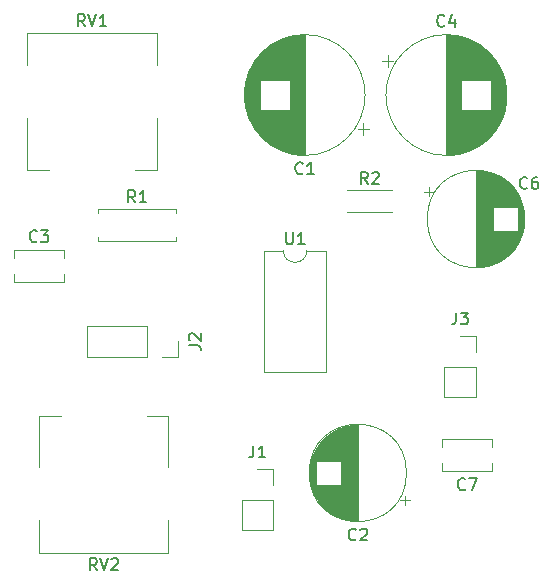
<source format=gto>
%TF.GenerationSoftware,KiCad,Pcbnew,8.0.1*%
%TF.CreationDate,2024-10-27T16:15:39-04:00*%
%TF.ProjectId,audio amplifier,61756469-6f20-4616-9d70-6c6966696572,rev?*%
%TF.SameCoordinates,Original*%
%TF.FileFunction,Legend,Top*%
%TF.FilePolarity,Positive*%
%FSLAX46Y46*%
G04 Gerber Fmt 4.6, Leading zero omitted, Abs format (unit mm)*
G04 Created by KiCad (PCBNEW 8.0.1) date 2024-10-27 16:15:39*
%MOMM*%
%LPD*%
G01*
G04 APERTURE LIST*
%ADD10C,0.150000*%
%ADD11C,0.120000*%
%ADD12R,1.600000X1.600000*%
%ADD13C,1.600000*%
%ADD14O,1.600000X1.600000*%
%ADD15R,1.700000X1.700000*%
%ADD16O,1.700000X1.700000*%
%ADD17O,4.000000X4.000000*%
%ADD18R,1.800000X1.800000*%
%ADD19C,1.800000*%
%ADD20C,1.400000*%
%ADD21O,1.400000X1.400000*%
%ADD22R,2.000000X2.000000*%
%ADD23C,2.000000*%
G04 APERTURE END LIST*
D10*
X138333333Y-75859580D02*
X138285714Y-75907200D01*
X138285714Y-75907200D02*
X138142857Y-75954819D01*
X138142857Y-75954819D02*
X138047619Y-75954819D01*
X138047619Y-75954819D02*
X137904762Y-75907200D01*
X137904762Y-75907200D02*
X137809524Y-75811961D01*
X137809524Y-75811961D02*
X137761905Y-75716723D01*
X137761905Y-75716723D02*
X137714286Y-75526247D01*
X137714286Y-75526247D02*
X137714286Y-75383390D01*
X137714286Y-75383390D02*
X137761905Y-75192914D01*
X137761905Y-75192914D02*
X137809524Y-75097676D01*
X137809524Y-75097676D02*
X137904762Y-75002438D01*
X137904762Y-75002438D02*
X138047619Y-74954819D01*
X138047619Y-74954819D02*
X138142857Y-74954819D01*
X138142857Y-74954819D02*
X138285714Y-75002438D01*
X138285714Y-75002438D02*
X138333333Y-75050057D01*
X139190476Y-74954819D02*
X139000000Y-74954819D01*
X139000000Y-74954819D02*
X138904762Y-75002438D01*
X138904762Y-75002438D02*
X138857143Y-75050057D01*
X138857143Y-75050057D02*
X138761905Y-75192914D01*
X138761905Y-75192914D02*
X138714286Y-75383390D01*
X138714286Y-75383390D02*
X138714286Y-75764342D01*
X138714286Y-75764342D02*
X138761905Y-75859580D01*
X138761905Y-75859580D02*
X138809524Y-75907200D01*
X138809524Y-75907200D02*
X138904762Y-75954819D01*
X138904762Y-75954819D02*
X139095238Y-75954819D01*
X139095238Y-75954819D02*
X139190476Y-75907200D01*
X139190476Y-75907200D02*
X139238095Y-75859580D01*
X139238095Y-75859580D02*
X139285714Y-75764342D01*
X139285714Y-75764342D02*
X139285714Y-75526247D01*
X139285714Y-75526247D02*
X139238095Y-75431009D01*
X139238095Y-75431009D02*
X139190476Y-75383390D01*
X139190476Y-75383390D02*
X139095238Y-75335771D01*
X139095238Y-75335771D02*
X138904762Y-75335771D01*
X138904762Y-75335771D02*
X138809524Y-75383390D01*
X138809524Y-75383390D02*
X138761905Y-75431009D01*
X138761905Y-75431009D02*
X138714286Y-75526247D01*
X117928095Y-79624819D02*
X117928095Y-80434342D01*
X117928095Y-80434342D02*
X117975714Y-80529580D01*
X117975714Y-80529580D02*
X118023333Y-80577200D01*
X118023333Y-80577200D02*
X118118571Y-80624819D01*
X118118571Y-80624819D02*
X118309047Y-80624819D01*
X118309047Y-80624819D02*
X118404285Y-80577200D01*
X118404285Y-80577200D02*
X118451904Y-80529580D01*
X118451904Y-80529580D02*
X118499523Y-80434342D01*
X118499523Y-80434342D02*
X118499523Y-79624819D01*
X119499523Y-80624819D02*
X118928095Y-80624819D01*
X119213809Y-80624819D02*
X119213809Y-79624819D01*
X119213809Y-79624819D02*
X119118571Y-79767676D01*
X119118571Y-79767676D02*
X119023333Y-79862914D01*
X119023333Y-79862914D02*
X118928095Y-79910533D01*
X105143333Y-77084819D02*
X104810000Y-76608628D01*
X104571905Y-77084819D02*
X104571905Y-76084819D01*
X104571905Y-76084819D02*
X104952857Y-76084819D01*
X104952857Y-76084819D02*
X105048095Y-76132438D01*
X105048095Y-76132438D02*
X105095714Y-76180057D01*
X105095714Y-76180057D02*
X105143333Y-76275295D01*
X105143333Y-76275295D02*
X105143333Y-76418152D01*
X105143333Y-76418152D02*
X105095714Y-76513390D01*
X105095714Y-76513390D02*
X105048095Y-76561009D01*
X105048095Y-76561009D02*
X104952857Y-76608628D01*
X104952857Y-76608628D02*
X104571905Y-76608628D01*
X106095714Y-77084819D02*
X105524286Y-77084819D01*
X105810000Y-77084819D02*
X105810000Y-76084819D01*
X105810000Y-76084819D02*
X105714762Y-76227676D01*
X105714762Y-76227676D02*
X105619524Y-76322914D01*
X105619524Y-76322914D02*
X105524286Y-76370533D01*
X132316666Y-86414819D02*
X132316666Y-87129104D01*
X132316666Y-87129104D02*
X132269047Y-87271961D01*
X132269047Y-87271961D02*
X132173809Y-87367200D01*
X132173809Y-87367200D02*
X132030952Y-87414819D01*
X132030952Y-87414819D02*
X131935714Y-87414819D01*
X132697619Y-86414819D02*
X133316666Y-86414819D01*
X133316666Y-86414819D02*
X132983333Y-86795771D01*
X132983333Y-86795771D02*
X133126190Y-86795771D01*
X133126190Y-86795771D02*
X133221428Y-86843390D01*
X133221428Y-86843390D02*
X133269047Y-86891009D01*
X133269047Y-86891009D02*
X133316666Y-86986247D01*
X133316666Y-86986247D02*
X133316666Y-87224342D01*
X133316666Y-87224342D02*
X133269047Y-87319580D01*
X133269047Y-87319580D02*
X133221428Y-87367200D01*
X133221428Y-87367200D02*
X133126190Y-87414819D01*
X133126190Y-87414819D02*
X132840476Y-87414819D01*
X132840476Y-87414819D02*
X132745238Y-87367200D01*
X132745238Y-87367200D02*
X132697619Y-87319580D01*
X96833333Y-80359580D02*
X96785714Y-80407200D01*
X96785714Y-80407200D02*
X96642857Y-80454819D01*
X96642857Y-80454819D02*
X96547619Y-80454819D01*
X96547619Y-80454819D02*
X96404762Y-80407200D01*
X96404762Y-80407200D02*
X96309524Y-80311961D01*
X96309524Y-80311961D02*
X96261905Y-80216723D01*
X96261905Y-80216723D02*
X96214286Y-80026247D01*
X96214286Y-80026247D02*
X96214286Y-79883390D01*
X96214286Y-79883390D02*
X96261905Y-79692914D01*
X96261905Y-79692914D02*
X96309524Y-79597676D01*
X96309524Y-79597676D02*
X96404762Y-79502438D01*
X96404762Y-79502438D02*
X96547619Y-79454819D01*
X96547619Y-79454819D02*
X96642857Y-79454819D01*
X96642857Y-79454819D02*
X96785714Y-79502438D01*
X96785714Y-79502438D02*
X96833333Y-79550057D01*
X97166667Y-79454819D02*
X97785714Y-79454819D01*
X97785714Y-79454819D02*
X97452381Y-79835771D01*
X97452381Y-79835771D02*
X97595238Y-79835771D01*
X97595238Y-79835771D02*
X97690476Y-79883390D01*
X97690476Y-79883390D02*
X97738095Y-79931009D01*
X97738095Y-79931009D02*
X97785714Y-80026247D01*
X97785714Y-80026247D02*
X97785714Y-80264342D01*
X97785714Y-80264342D02*
X97738095Y-80359580D01*
X97738095Y-80359580D02*
X97690476Y-80407200D01*
X97690476Y-80407200D02*
X97595238Y-80454819D01*
X97595238Y-80454819D02*
X97309524Y-80454819D01*
X97309524Y-80454819D02*
X97214286Y-80407200D01*
X97214286Y-80407200D02*
X97166667Y-80359580D01*
X100904761Y-62179819D02*
X100571428Y-61703628D01*
X100333333Y-62179819D02*
X100333333Y-61179819D01*
X100333333Y-61179819D02*
X100714285Y-61179819D01*
X100714285Y-61179819D02*
X100809523Y-61227438D01*
X100809523Y-61227438D02*
X100857142Y-61275057D01*
X100857142Y-61275057D02*
X100904761Y-61370295D01*
X100904761Y-61370295D02*
X100904761Y-61513152D01*
X100904761Y-61513152D02*
X100857142Y-61608390D01*
X100857142Y-61608390D02*
X100809523Y-61656009D01*
X100809523Y-61656009D02*
X100714285Y-61703628D01*
X100714285Y-61703628D02*
X100333333Y-61703628D01*
X101190476Y-61179819D02*
X101523809Y-62179819D01*
X101523809Y-62179819D02*
X101857142Y-61179819D01*
X102714285Y-62179819D02*
X102142857Y-62179819D01*
X102428571Y-62179819D02*
X102428571Y-61179819D01*
X102428571Y-61179819D02*
X102333333Y-61322676D01*
X102333333Y-61322676D02*
X102238095Y-61417914D01*
X102238095Y-61417914D02*
X102142857Y-61465533D01*
X124833333Y-75534819D02*
X124500000Y-75058628D01*
X124261905Y-75534819D02*
X124261905Y-74534819D01*
X124261905Y-74534819D02*
X124642857Y-74534819D01*
X124642857Y-74534819D02*
X124738095Y-74582438D01*
X124738095Y-74582438D02*
X124785714Y-74630057D01*
X124785714Y-74630057D02*
X124833333Y-74725295D01*
X124833333Y-74725295D02*
X124833333Y-74868152D01*
X124833333Y-74868152D02*
X124785714Y-74963390D01*
X124785714Y-74963390D02*
X124738095Y-75011009D01*
X124738095Y-75011009D02*
X124642857Y-75058628D01*
X124642857Y-75058628D02*
X124261905Y-75058628D01*
X125214286Y-74630057D02*
X125261905Y-74582438D01*
X125261905Y-74582438D02*
X125357143Y-74534819D01*
X125357143Y-74534819D02*
X125595238Y-74534819D01*
X125595238Y-74534819D02*
X125690476Y-74582438D01*
X125690476Y-74582438D02*
X125738095Y-74630057D01*
X125738095Y-74630057D02*
X125785714Y-74725295D01*
X125785714Y-74725295D02*
X125785714Y-74820533D01*
X125785714Y-74820533D02*
X125738095Y-74963390D01*
X125738095Y-74963390D02*
X125166667Y-75534819D01*
X125166667Y-75534819D02*
X125785714Y-75534819D01*
X131333333Y-62109580D02*
X131285714Y-62157200D01*
X131285714Y-62157200D02*
X131142857Y-62204819D01*
X131142857Y-62204819D02*
X131047619Y-62204819D01*
X131047619Y-62204819D02*
X130904762Y-62157200D01*
X130904762Y-62157200D02*
X130809524Y-62061961D01*
X130809524Y-62061961D02*
X130761905Y-61966723D01*
X130761905Y-61966723D02*
X130714286Y-61776247D01*
X130714286Y-61776247D02*
X130714286Y-61633390D01*
X130714286Y-61633390D02*
X130761905Y-61442914D01*
X130761905Y-61442914D02*
X130809524Y-61347676D01*
X130809524Y-61347676D02*
X130904762Y-61252438D01*
X130904762Y-61252438D02*
X131047619Y-61204819D01*
X131047619Y-61204819D02*
X131142857Y-61204819D01*
X131142857Y-61204819D02*
X131285714Y-61252438D01*
X131285714Y-61252438D02*
X131333333Y-61300057D01*
X132190476Y-61538152D02*
X132190476Y-62204819D01*
X131952381Y-61157200D02*
X131714286Y-61871485D01*
X131714286Y-61871485D02*
X132333333Y-61871485D01*
X123833333Y-105609580D02*
X123785714Y-105657200D01*
X123785714Y-105657200D02*
X123642857Y-105704819D01*
X123642857Y-105704819D02*
X123547619Y-105704819D01*
X123547619Y-105704819D02*
X123404762Y-105657200D01*
X123404762Y-105657200D02*
X123309524Y-105561961D01*
X123309524Y-105561961D02*
X123261905Y-105466723D01*
X123261905Y-105466723D02*
X123214286Y-105276247D01*
X123214286Y-105276247D02*
X123214286Y-105133390D01*
X123214286Y-105133390D02*
X123261905Y-104942914D01*
X123261905Y-104942914D02*
X123309524Y-104847676D01*
X123309524Y-104847676D02*
X123404762Y-104752438D01*
X123404762Y-104752438D02*
X123547619Y-104704819D01*
X123547619Y-104704819D02*
X123642857Y-104704819D01*
X123642857Y-104704819D02*
X123785714Y-104752438D01*
X123785714Y-104752438D02*
X123833333Y-104800057D01*
X124214286Y-104800057D02*
X124261905Y-104752438D01*
X124261905Y-104752438D02*
X124357143Y-104704819D01*
X124357143Y-104704819D02*
X124595238Y-104704819D01*
X124595238Y-104704819D02*
X124690476Y-104752438D01*
X124690476Y-104752438D02*
X124738095Y-104800057D01*
X124738095Y-104800057D02*
X124785714Y-104895295D01*
X124785714Y-104895295D02*
X124785714Y-104990533D01*
X124785714Y-104990533D02*
X124738095Y-105133390D01*
X124738095Y-105133390D02*
X124166667Y-105704819D01*
X124166667Y-105704819D02*
X124785714Y-105704819D01*
X133083333Y-101359580D02*
X133035714Y-101407200D01*
X133035714Y-101407200D02*
X132892857Y-101454819D01*
X132892857Y-101454819D02*
X132797619Y-101454819D01*
X132797619Y-101454819D02*
X132654762Y-101407200D01*
X132654762Y-101407200D02*
X132559524Y-101311961D01*
X132559524Y-101311961D02*
X132511905Y-101216723D01*
X132511905Y-101216723D02*
X132464286Y-101026247D01*
X132464286Y-101026247D02*
X132464286Y-100883390D01*
X132464286Y-100883390D02*
X132511905Y-100692914D01*
X132511905Y-100692914D02*
X132559524Y-100597676D01*
X132559524Y-100597676D02*
X132654762Y-100502438D01*
X132654762Y-100502438D02*
X132797619Y-100454819D01*
X132797619Y-100454819D02*
X132892857Y-100454819D01*
X132892857Y-100454819D02*
X133035714Y-100502438D01*
X133035714Y-100502438D02*
X133083333Y-100550057D01*
X133416667Y-100454819D02*
X134083333Y-100454819D01*
X134083333Y-100454819D02*
X133654762Y-101454819D01*
X119333333Y-74609580D02*
X119285714Y-74657200D01*
X119285714Y-74657200D02*
X119142857Y-74704819D01*
X119142857Y-74704819D02*
X119047619Y-74704819D01*
X119047619Y-74704819D02*
X118904762Y-74657200D01*
X118904762Y-74657200D02*
X118809524Y-74561961D01*
X118809524Y-74561961D02*
X118761905Y-74466723D01*
X118761905Y-74466723D02*
X118714286Y-74276247D01*
X118714286Y-74276247D02*
X118714286Y-74133390D01*
X118714286Y-74133390D02*
X118761905Y-73942914D01*
X118761905Y-73942914D02*
X118809524Y-73847676D01*
X118809524Y-73847676D02*
X118904762Y-73752438D01*
X118904762Y-73752438D02*
X119047619Y-73704819D01*
X119047619Y-73704819D02*
X119142857Y-73704819D01*
X119142857Y-73704819D02*
X119285714Y-73752438D01*
X119285714Y-73752438D02*
X119333333Y-73800057D01*
X120285714Y-74704819D02*
X119714286Y-74704819D01*
X120000000Y-74704819D02*
X120000000Y-73704819D01*
X120000000Y-73704819D02*
X119904762Y-73847676D01*
X119904762Y-73847676D02*
X119809524Y-73942914D01*
X119809524Y-73942914D02*
X119714286Y-73990533D01*
X109684819Y-89183333D02*
X110399104Y-89183333D01*
X110399104Y-89183333D02*
X110541961Y-89230952D01*
X110541961Y-89230952D02*
X110637200Y-89326190D01*
X110637200Y-89326190D02*
X110684819Y-89469047D01*
X110684819Y-89469047D02*
X110684819Y-89564285D01*
X109780057Y-88754761D02*
X109732438Y-88707142D01*
X109732438Y-88707142D02*
X109684819Y-88611904D01*
X109684819Y-88611904D02*
X109684819Y-88373809D01*
X109684819Y-88373809D02*
X109732438Y-88278571D01*
X109732438Y-88278571D02*
X109780057Y-88230952D01*
X109780057Y-88230952D02*
X109875295Y-88183333D01*
X109875295Y-88183333D02*
X109970533Y-88183333D01*
X109970533Y-88183333D02*
X110113390Y-88230952D01*
X110113390Y-88230952D02*
X110684819Y-88802380D01*
X110684819Y-88802380D02*
X110684819Y-88183333D01*
X101904761Y-108229819D02*
X101571428Y-107753628D01*
X101333333Y-108229819D02*
X101333333Y-107229819D01*
X101333333Y-107229819D02*
X101714285Y-107229819D01*
X101714285Y-107229819D02*
X101809523Y-107277438D01*
X101809523Y-107277438D02*
X101857142Y-107325057D01*
X101857142Y-107325057D02*
X101904761Y-107420295D01*
X101904761Y-107420295D02*
X101904761Y-107563152D01*
X101904761Y-107563152D02*
X101857142Y-107658390D01*
X101857142Y-107658390D02*
X101809523Y-107706009D01*
X101809523Y-107706009D02*
X101714285Y-107753628D01*
X101714285Y-107753628D02*
X101333333Y-107753628D01*
X102190476Y-107229819D02*
X102523809Y-108229819D01*
X102523809Y-108229819D02*
X102857142Y-107229819D01*
X103142857Y-107325057D02*
X103190476Y-107277438D01*
X103190476Y-107277438D02*
X103285714Y-107229819D01*
X103285714Y-107229819D02*
X103523809Y-107229819D01*
X103523809Y-107229819D02*
X103619047Y-107277438D01*
X103619047Y-107277438D02*
X103666666Y-107325057D01*
X103666666Y-107325057D02*
X103714285Y-107420295D01*
X103714285Y-107420295D02*
X103714285Y-107515533D01*
X103714285Y-107515533D02*
X103666666Y-107658390D01*
X103666666Y-107658390D02*
X103095238Y-108229819D01*
X103095238Y-108229819D02*
X103714285Y-108229819D01*
X115166666Y-97684819D02*
X115166666Y-98399104D01*
X115166666Y-98399104D02*
X115119047Y-98541961D01*
X115119047Y-98541961D02*
X115023809Y-98637200D01*
X115023809Y-98637200D02*
X114880952Y-98684819D01*
X114880952Y-98684819D02*
X114785714Y-98684819D01*
X116166666Y-98684819D02*
X115595238Y-98684819D01*
X115880952Y-98684819D02*
X115880952Y-97684819D01*
X115880952Y-97684819D02*
X115785714Y-97827676D01*
X115785714Y-97827676D02*
X115690476Y-97922914D01*
X115690476Y-97922914D02*
X115595238Y-97970533D01*
D11*
%TO.C,C6*%
X129590302Y-76185000D02*
X130390302Y-76185000D01*
X129990302Y-75785000D02*
X129990302Y-76585000D01*
X134000000Y-74420000D02*
X134000000Y-82580000D01*
X134040000Y-74420000D02*
X134040000Y-82580000D01*
X134080000Y-74420000D02*
X134080000Y-82580000D01*
X134120000Y-74421000D02*
X134120000Y-82579000D01*
X134160000Y-74423000D02*
X134160000Y-82577000D01*
X134200000Y-74424000D02*
X134200000Y-82576000D01*
X134240000Y-74426000D02*
X134240000Y-82574000D01*
X134280000Y-74429000D02*
X134280000Y-82571000D01*
X134320000Y-74432000D02*
X134320000Y-82568000D01*
X134360000Y-74435000D02*
X134360000Y-82565000D01*
X134400000Y-74439000D02*
X134400000Y-82561000D01*
X134440000Y-74443000D02*
X134440000Y-82557000D01*
X134480000Y-74448000D02*
X134480000Y-82552000D01*
X134520000Y-74452000D02*
X134520000Y-82548000D01*
X134560000Y-74458000D02*
X134560000Y-82542000D01*
X134600000Y-74463000D02*
X134600000Y-82537000D01*
X134640000Y-74470000D02*
X134640000Y-82530000D01*
X134680000Y-74476000D02*
X134680000Y-82524000D01*
X134721000Y-74483000D02*
X134721000Y-82517000D01*
X134761000Y-74490000D02*
X134761000Y-82510000D01*
X134801000Y-74498000D02*
X134801000Y-82502000D01*
X134841000Y-74506000D02*
X134841000Y-82494000D01*
X134881000Y-74515000D02*
X134881000Y-82485000D01*
X134921000Y-74524000D02*
X134921000Y-82476000D01*
X134961000Y-74533000D02*
X134961000Y-82467000D01*
X135001000Y-74543000D02*
X135001000Y-82457000D01*
X135041000Y-74553000D02*
X135041000Y-82447000D01*
X135081000Y-74564000D02*
X135081000Y-82436000D01*
X135121000Y-74575000D02*
X135121000Y-82425000D01*
X135161000Y-74586000D02*
X135161000Y-82414000D01*
X135201000Y-74598000D02*
X135201000Y-82402000D01*
X135241000Y-74611000D02*
X135241000Y-82389000D01*
X135281000Y-74623000D02*
X135281000Y-82377000D01*
X135321000Y-74637000D02*
X135321000Y-82363000D01*
X135361000Y-74650000D02*
X135361000Y-82350000D01*
X135401000Y-74665000D02*
X135401000Y-82335000D01*
X135441000Y-74679000D02*
X135441000Y-82321000D01*
X135481000Y-74695000D02*
X135481000Y-77460000D01*
X135481000Y-79540000D02*
X135481000Y-82305000D01*
X135521000Y-74710000D02*
X135521000Y-77460000D01*
X135521000Y-79540000D02*
X135521000Y-82290000D01*
X135561000Y-74726000D02*
X135561000Y-77460000D01*
X135561000Y-79540000D02*
X135561000Y-82274000D01*
X135601000Y-74743000D02*
X135601000Y-77460000D01*
X135601000Y-79540000D02*
X135601000Y-82257000D01*
X135641000Y-74760000D02*
X135641000Y-77460000D01*
X135641000Y-79540000D02*
X135641000Y-82240000D01*
X135681000Y-74778000D02*
X135681000Y-77460000D01*
X135681000Y-79540000D02*
X135681000Y-82222000D01*
X135721000Y-74796000D02*
X135721000Y-77460000D01*
X135721000Y-79540000D02*
X135721000Y-82204000D01*
X135761000Y-74814000D02*
X135761000Y-77460000D01*
X135761000Y-79540000D02*
X135761000Y-82186000D01*
X135801000Y-74834000D02*
X135801000Y-77460000D01*
X135801000Y-79540000D02*
X135801000Y-82166000D01*
X135841000Y-74853000D02*
X135841000Y-77460000D01*
X135841000Y-79540000D02*
X135841000Y-82147000D01*
X135881000Y-74873000D02*
X135881000Y-77460000D01*
X135881000Y-79540000D02*
X135881000Y-82127000D01*
X135921000Y-74894000D02*
X135921000Y-77460000D01*
X135921000Y-79540000D02*
X135921000Y-82106000D01*
X135961000Y-74916000D02*
X135961000Y-77460000D01*
X135961000Y-79540000D02*
X135961000Y-82084000D01*
X136001000Y-74938000D02*
X136001000Y-77460000D01*
X136001000Y-79540000D02*
X136001000Y-82062000D01*
X136041000Y-74960000D02*
X136041000Y-77460000D01*
X136041000Y-79540000D02*
X136041000Y-82040000D01*
X136081000Y-74983000D02*
X136081000Y-77460000D01*
X136081000Y-79540000D02*
X136081000Y-82017000D01*
X136121000Y-75007000D02*
X136121000Y-77460000D01*
X136121000Y-79540000D02*
X136121000Y-81993000D01*
X136161000Y-75031000D02*
X136161000Y-77460000D01*
X136161000Y-79540000D02*
X136161000Y-81969000D01*
X136201000Y-75056000D02*
X136201000Y-77460000D01*
X136201000Y-79540000D02*
X136201000Y-81944000D01*
X136241000Y-75082000D02*
X136241000Y-77460000D01*
X136241000Y-79540000D02*
X136241000Y-81918000D01*
X136281000Y-75108000D02*
X136281000Y-77460000D01*
X136281000Y-79540000D02*
X136281000Y-81892000D01*
X136321000Y-75135000D02*
X136321000Y-77460000D01*
X136321000Y-79540000D02*
X136321000Y-81865000D01*
X136361000Y-75162000D02*
X136361000Y-77460000D01*
X136361000Y-79540000D02*
X136361000Y-81838000D01*
X136401000Y-75191000D02*
X136401000Y-77460000D01*
X136401000Y-79540000D02*
X136401000Y-81809000D01*
X136441000Y-75220000D02*
X136441000Y-77460000D01*
X136441000Y-79540000D02*
X136441000Y-81780000D01*
X136481000Y-75250000D02*
X136481000Y-77460000D01*
X136481000Y-79540000D02*
X136481000Y-81750000D01*
X136521000Y-75280000D02*
X136521000Y-77460000D01*
X136521000Y-79540000D02*
X136521000Y-81720000D01*
X136561000Y-75311000D02*
X136561000Y-77460000D01*
X136561000Y-79540000D02*
X136561000Y-81689000D01*
X136601000Y-75344000D02*
X136601000Y-77460000D01*
X136601000Y-79540000D02*
X136601000Y-81656000D01*
X136641000Y-75376000D02*
X136641000Y-77460000D01*
X136641000Y-79540000D02*
X136641000Y-81624000D01*
X136681000Y-75410000D02*
X136681000Y-77460000D01*
X136681000Y-79540000D02*
X136681000Y-81590000D01*
X136721000Y-75445000D02*
X136721000Y-77460000D01*
X136721000Y-79540000D02*
X136721000Y-81555000D01*
X136761000Y-75481000D02*
X136761000Y-77460000D01*
X136761000Y-79540000D02*
X136761000Y-81519000D01*
X136801000Y-75517000D02*
X136801000Y-77460000D01*
X136801000Y-79540000D02*
X136801000Y-81483000D01*
X136841000Y-75555000D02*
X136841000Y-77460000D01*
X136841000Y-79540000D02*
X136841000Y-81445000D01*
X136881000Y-75593000D02*
X136881000Y-77460000D01*
X136881000Y-79540000D02*
X136881000Y-81407000D01*
X136921000Y-75633000D02*
X136921000Y-77460000D01*
X136921000Y-79540000D02*
X136921000Y-81367000D01*
X136961000Y-75674000D02*
X136961000Y-77460000D01*
X136961000Y-79540000D02*
X136961000Y-81326000D01*
X137001000Y-75716000D02*
X137001000Y-77460000D01*
X137001000Y-79540000D02*
X137001000Y-81284000D01*
X137041000Y-75759000D02*
X137041000Y-77460000D01*
X137041000Y-79540000D02*
X137041000Y-81241000D01*
X137081000Y-75803000D02*
X137081000Y-77460000D01*
X137081000Y-79540000D02*
X137081000Y-81197000D01*
X137121000Y-75849000D02*
X137121000Y-77460000D01*
X137121000Y-79540000D02*
X137121000Y-81151000D01*
X137161000Y-75896000D02*
X137161000Y-77460000D01*
X137161000Y-79540000D02*
X137161000Y-81104000D01*
X137201000Y-75944000D02*
X137201000Y-77460000D01*
X137201000Y-79540000D02*
X137201000Y-81056000D01*
X137241000Y-75995000D02*
X137241000Y-77460000D01*
X137241000Y-79540000D02*
X137241000Y-81005000D01*
X137281000Y-76046000D02*
X137281000Y-77460000D01*
X137281000Y-79540000D02*
X137281000Y-80954000D01*
X137321000Y-76100000D02*
X137321000Y-77460000D01*
X137321000Y-79540000D02*
X137321000Y-80900000D01*
X137361000Y-76155000D02*
X137361000Y-77460000D01*
X137361000Y-79540000D02*
X137361000Y-80845000D01*
X137401000Y-76213000D02*
X137401000Y-77460000D01*
X137401000Y-79540000D02*
X137401000Y-80787000D01*
X137441000Y-76272000D02*
X137441000Y-77460000D01*
X137441000Y-79540000D02*
X137441000Y-80728000D01*
X137481000Y-76334000D02*
X137481000Y-77460000D01*
X137481000Y-79540000D02*
X137481000Y-80666000D01*
X137521000Y-76398000D02*
X137521000Y-77460000D01*
X137521000Y-79540000D02*
X137521000Y-80602000D01*
X137561000Y-76466000D02*
X137561000Y-80534000D01*
X137601000Y-76536000D02*
X137601000Y-80464000D01*
X137641000Y-76610000D02*
X137641000Y-80390000D01*
X137681000Y-76687000D02*
X137681000Y-80313000D01*
X137721000Y-76769000D02*
X137721000Y-80231000D01*
X137761000Y-76855000D02*
X137761000Y-80145000D01*
X137801000Y-76948000D02*
X137801000Y-80052000D01*
X137841000Y-77047000D02*
X137841000Y-79953000D01*
X137881000Y-77154000D02*
X137881000Y-79846000D01*
X137921000Y-77271000D02*
X137921000Y-79729000D01*
X137961000Y-77402000D02*
X137961000Y-79598000D01*
X138001000Y-77552000D02*
X138001000Y-79448000D01*
X138041000Y-77732000D02*
X138041000Y-79268000D01*
X138081000Y-77967000D02*
X138081000Y-79033000D01*
X138120000Y-78500000D02*
G75*
G02*
X129880000Y-78500000I-4120000J0D01*
G01*
X129880000Y-78500000D02*
G75*
G02*
X138120000Y-78500000I4120000J0D01*
G01*
%TO.C,U1*%
X116040000Y-81170000D02*
X116040000Y-91450000D01*
X116040000Y-91450000D02*
X121340000Y-91450000D01*
X117690000Y-81170000D02*
X116040000Y-81170000D01*
X121340000Y-81170000D02*
X119690000Y-81170000D01*
X121340000Y-91450000D02*
X121340000Y-81170000D01*
X119690000Y-81170000D02*
G75*
G02*
X117690000Y-81170000I-1000000J0D01*
G01*
%TO.C,R1*%
X102040000Y-77630000D02*
X108580000Y-77630000D01*
X102040000Y-77960000D02*
X102040000Y-77630000D01*
X102040000Y-80040000D02*
X102040000Y-80370000D01*
X102040000Y-80370000D02*
X108580000Y-80370000D01*
X108580000Y-77630000D02*
X108580000Y-77960000D01*
X108580000Y-80370000D02*
X108580000Y-80040000D01*
%TO.C,J3*%
X131320000Y-91000000D02*
X131320000Y-93600000D01*
X131320000Y-91000000D02*
X133980000Y-91000000D01*
X131320000Y-93600000D02*
X133980000Y-93600000D01*
X132650000Y-88400000D02*
X133980000Y-88400000D01*
X133980000Y-88400000D02*
X133980000Y-89730000D01*
X133980000Y-91000000D02*
X133980000Y-93600000D01*
%TO.C,C3*%
X94880000Y-81130000D02*
X94880000Y-81835000D01*
X94880000Y-81130000D02*
X99120000Y-81130000D01*
X94880000Y-83165000D02*
X94880000Y-83870000D01*
X94880000Y-83870000D02*
X99120000Y-83870000D01*
X99120000Y-81130000D02*
X99120000Y-81835000D01*
X99120000Y-83165000D02*
X99120000Y-83870000D01*
%TO.C,RV1*%
X96030000Y-62755000D02*
X96030000Y-65475000D01*
X96030000Y-69975000D02*
X96030000Y-74345000D01*
X97850000Y-74345000D02*
X96030000Y-74345000D01*
X106970000Y-62755000D02*
X96030000Y-62755000D01*
X106970000Y-62755000D02*
X106970000Y-65475000D01*
X106970000Y-69975000D02*
X106970000Y-74345000D01*
X106970000Y-74345000D02*
X105150000Y-74345000D01*
%TO.C,R2*%
X123080000Y-76080000D02*
X126920000Y-76080000D01*
X123080000Y-77920000D02*
X126920000Y-77920000D01*
%TO.C,C4*%
X126020354Y-65125000D02*
X127020354Y-65125000D01*
X126520354Y-64625000D02*
X126520354Y-65625000D01*
X131500000Y-62920000D02*
X131500000Y-73080000D01*
X131540000Y-62920000D02*
X131540000Y-73080000D01*
X131580000Y-62920000D02*
X131580000Y-73080000D01*
X131620000Y-62921000D02*
X131620000Y-73079000D01*
X131660000Y-62922000D02*
X131660000Y-73078000D01*
X131700000Y-62923000D02*
X131700000Y-73077000D01*
X131740000Y-62925000D02*
X131740000Y-73075000D01*
X131780000Y-62927000D02*
X131780000Y-73073000D01*
X131820000Y-62930000D02*
X131820000Y-73070000D01*
X131860000Y-62932000D02*
X131860000Y-73068000D01*
X131900000Y-62935000D02*
X131900000Y-73065000D01*
X131940000Y-62938000D02*
X131940000Y-73062000D01*
X131980000Y-62942000D02*
X131980000Y-73058000D01*
X132020000Y-62946000D02*
X132020000Y-73054000D01*
X132060000Y-62950000D02*
X132060000Y-73050000D01*
X132100000Y-62955000D02*
X132100000Y-73045000D01*
X132140000Y-62960000D02*
X132140000Y-73040000D01*
X132180000Y-62965000D02*
X132180000Y-73035000D01*
X132221000Y-62970000D02*
X132221000Y-73030000D01*
X132261000Y-62976000D02*
X132261000Y-73024000D01*
X132301000Y-62982000D02*
X132301000Y-73018000D01*
X132341000Y-62989000D02*
X132341000Y-73011000D01*
X132381000Y-62996000D02*
X132381000Y-73004000D01*
X132421000Y-63003000D02*
X132421000Y-72997000D01*
X132461000Y-63010000D02*
X132461000Y-72990000D01*
X132501000Y-63018000D02*
X132501000Y-72982000D01*
X132541000Y-63026000D02*
X132541000Y-72974000D01*
X132581000Y-63035000D02*
X132581000Y-72965000D01*
X132621000Y-63044000D02*
X132621000Y-72956000D01*
X132661000Y-63053000D02*
X132661000Y-72947000D01*
X132701000Y-63062000D02*
X132701000Y-72938000D01*
X132741000Y-63072000D02*
X132741000Y-72928000D01*
X132781000Y-63082000D02*
X132781000Y-66759000D01*
X132781000Y-69241000D02*
X132781000Y-72918000D01*
X132821000Y-63093000D02*
X132821000Y-66759000D01*
X132821000Y-69241000D02*
X132821000Y-72907000D01*
X132861000Y-63103000D02*
X132861000Y-66759000D01*
X132861000Y-69241000D02*
X132861000Y-72897000D01*
X132901000Y-63115000D02*
X132901000Y-66759000D01*
X132901000Y-69241000D02*
X132901000Y-72885000D01*
X132941000Y-63126000D02*
X132941000Y-66759000D01*
X132941000Y-69241000D02*
X132941000Y-72874000D01*
X132981000Y-63138000D02*
X132981000Y-66759000D01*
X132981000Y-69241000D02*
X132981000Y-72862000D01*
X133021000Y-63150000D02*
X133021000Y-66759000D01*
X133021000Y-69241000D02*
X133021000Y-72850000D01*
X133061000Y-63163000D02*
X133061000Y-66759000D01*
X133061000Y-69241000D02*
X133061000Y-72837000D01*
X133101000Y-63176000D02*
X133101000Y-66759000D01*
X133101000Y-69241000D02*
X133101000Y-72824000D01*
X133141000Y-63189000D02*
X133141000Y-66759000D01*
X133141000Y-69241000D02*
X133141000Y-72811000D01*
X133181000Y-63203000D02*
X133181000Y-66759000D01*
X133181000Y-69241000D02*
X133181000Y-72797000D01*
X133221000Y-63217000D02*
X133221000Y-66759000D01*
X133221000Y-69241000D02*
X133221000Y-72783000D01*
X133261000Y-63232000D02*
X133261000Y-66759000D01*
X133261000Y-69241000D02*
X133261000Y-72768000D01*
X133301000Y-63246000D02*
X133301000Y-66759000D01*
X133301000Y-69241000D02*
X133301000Y-72754000D01*
X133341000Y-63262000D02*
X133341000Y-66759000D01*
X133341000Y-69241000D02*
X133341000Y-72738000D01*
X133381000Y-63277000D02*
X133381000Y-66759000D01*
X133381000Y-69241000D02*
X133381000Y-72723000D01*
X133421000Y-63293000D02*
X133421000Y-66759000D01*
X133421000Y-69241000D02*
X133421000Y-72707000D01*
X133461000Y-63310000D02*
X133461000Y-66759000D01*
X133461000Y-69241000D02*
X133461000Y-72690000D01*
X133501000Y-63326000D02*
X133501000Y-66759000D01*
X133501000Y-69241000D02*
X133501000Y-72674000D01*
X133541000Y-63343000D02*
X133541000Y-66759000D01*
X133541000Y-69241000D02*
X133541000Y-72657000D01*
X133581000Y-63361000D02*
X133581000Y-66759000D01*
X133581000Y-69241000D02*
X133581000Y-72639000D01*
X133621000Y-63379000D02*
X133621000Y-66759000D01*
X133621000Y-69241000D02*
X133621000Y-72621000D01*
X133661000Y-63397000D02*
X133661000Y-66759000D01*
X133661000Y-69241000D02*
X133661000Y-72603000D01*
X133701000Y-63416000D02*
X133701000Y-66759000D01*
X133701000Y-69241000D02*
X133701000Y-72584000D01*
X133741000Y-63436000D02*
X133741000Y-66759000D01*
X133741000Y-69241000D02*
X133741000Y-72564000D01*
X133781000Y-63455000D02*
X133781000Y-66759000D01*
X133781000Y-69241000D02*
X133781000Y-72545000D01*
X133821000Y-63475000D02*
X133821000Y-66759000D01*
X133821000Y-69241000D02*
X133821000Y-72525000D01*
X133861000Y-63496000D02*
X133861000Y-66759000D01*
X133861000Y-69241000D02*
X133861000Y-72504000D01*
X133901000Y-63517000D02*
X133901000Y-66759000D01*
X133901000Y-69241000D02*
X133901000Y-72483000D01*
X133941000Y-63538000D02*
X133941000Y-66759000D01*
X133941000Y-69241000D02*
X133941000Y-72462000D01*
X133981000Y-63560000D02*
X133981000Y-66759000D01*
X133981000Y-69241000D02*
X133981000Y-72440000D01*
X134021000Y-63583000D02*
X134021000Y-66759000D01*
X134021000Y-69241000D02*
X134021000Y-72417000D01*
X134061000Y-63605000D02*
X134061000Y-66759000D01*
X134061000Y-69241000D02*
X134061000Y-72395000D01*
X134101000Y-63629000D02*
X134101000Y-66759000D01*
X134101000Y-69241000D02*
X134101000Y-72371000D01*
X134141000Y-63653000D02*
X134141000Y-66759000D01*
X134141000Y-69241000D02*
X134141000Y-72347000D01*
X134181000Y-63677000D02*
X134181000Y-66759000D01*
X134181000Y-69241000D02*
X134181000Y-72323000D01*
X134221000Y-63702000D02*
X134221000Y-66759000D01*
X134221000Y-69241000D02*
X134221000Y-72298000D01*
X134261000Y-63727000D02*
X134261000Y-66759000D01*
X134261000Y-69241000D02*
X134261000Y-72273000D01*
X134301000Y-63753000D02*
X134301000Y-66759000D01*
X134301000Y-69241000D02*
X134301000Y-72247000D01*
X134341000Y-63779000D02*
X134341000Y-66759000D01*
X134341000Y-69241000D02*
X134341000Y-72221000D01*
X134381000Y-63806000D02*
X134381000Y-66759000D01*
X134381000Y-69241000D02*
X134381000Y-72194000D01*
X134421000Y-63834000D02*
X134421000Y-66759000D01*
X134421000Y-69241000D02*
X134421000Y-72166000D01*
X134461000Y-63862000D02*
X134461000Y-66759000D01*
X134461000Y-69241000D02*
X134461000Y-72138000D01*
X134501000Y-63890000D02*
X134501000Y-66759000D01*
X134501000Y-69241000D02*
X134501000Y-72110000D01*
X134541000Y-63920000D02*
X134541000Y-66759000D01*
X134541000Y-69241000D02*
X134541000Y-72080000D01*
X134581000Y-63950000D02*
X134581000Y-66759000D01*
X134581000Y-69241000D02*
X134581000Y-72050000D01*
X134621000Y-63980000D02*
X134621000Y-66759000D01*
X134621000Y-69241000D02*
X134621000Y-72020000D01*
X134661000Y-64011000D02*
X134661000Y-66759000D01*
X134661000Y-69241000D02*
X134661000Y-71989000D01*
X134701000Y-64043000D02*
X134701000Y-66759000D01*
X134701000Y-69241000D02*
X134701000Y-71957000D01*
X134741000Y-64075000D02*
X134741000Y-66759000D01*
X134741000Y-69241000D02*
X134741000Y-71925000D01*
X134781000Y-64108000D02*
X134781000Y-66759000D01*
X134781000Y-69241000D02*
X134781000Y-71892000D01*
X134821000Y-64142000D02*
X134821000Y-66759000D01*
X134821000Y-69241000D02*
X134821000Y-71858000D01*
X134861000Y-64176000D02*
X134861000Y-66759000D01*
X134861000Y-69241000D02*
X134861000Y-71824000D01*
X134901000Y-64211000D02*
X134901000Y-66759000D01*
X134901000Y-69241000D02*
X134901000Y-71789000D01*
X134941000Y-64247000D02*
X134941000Y-66759000D01*
X134941000Y-69241000D02*
X134941000Y-71753000D01*
X134981000Y-64284000D02*
X134981000Y-66759000D01*
X134981000Y-69241000D02*
X134981000Y-71716000D01*
X135021000Y-64321000D02*
X135021000Y-66759000D01*
X135021000Y-69241000D02*
X135021000Y-71679000D01*
X135061000Y-64360000D02*
X135061000Y-66759000D01*
X135061000Y-69241000D02*
X135061000Y-71640000D01*
X135101000Y-64399000D02*
X135101000Y-66759000D01*
X135101000Y-69241000D02*
X135101000Y-71601000D01*
X135141000Y-64439000D02*
X135141000Y-66759000D01*
X135141000Y-69241000D02*
X135141000Y-71561000D01*
X135181000Y-64480000D02*
X135181000Y-66759000D01*
X135181000Y-69241000D02*
X135181000Y-71520000D01*
X135221000Y-64522000D02*
X135221000Y-66759000D01*
X135221000Y-69241000D02*
X135221000Y-71478000D01*
X135261000Y-64564000D02*
X135261000Y-71436000D01*
X135301000Y-64608000D02*
X135301000Y-71392000D01*
X135341000Y-64653000D02*
X135341000Y-71347000D01*
X135381000Y-64699000D02*
X135381000Y-71301000D01*
X135421000Y-64746000D02*
X135421000Y-71254000D01*
X135461000Y-64794000D02*
X135461000Y-71206000D01*
X135501000Y-64844000D02*
X135501000Y-71156000D01*
X135541000Y-64894000D02*
X135541000Y-71106000D01*
X135581000Y-64946000D02*
X135581000Y-71054000D01*
X135621000Y-65000000D02*
X135621000Y-71000000D01*
X135661000Y-65055000D02*
X135661000Y-70945000D01*
X135701000Y-65111000D02*
X135701000Y-70889000D01*
X135741000Y-65170000D02*
X135741000Y-70830000D01*
X135781000Y-65230000D02*
X135781000Y-70770000D01*
X135821000Y-65291000D02*
X135821000Y-70709000D01*
X135861000Y-65355000D02*
X135861000Y-70645000D01*
X135901000Y-65421000D02*
X135901000Y-70579000D01*
X135941000Y-65490000D02*
X135941000Y-70510000D01*
X135981000Y-65561000D02*
X135981000Y-70439000D01*
X136021000Y-65635000D02*
X136021000Y-70365000D01*
X136061000Y-65711000D02*
X136061000Y-70289000D01*
X136101000Y-65791000D02*
X136101000Y-70209000D01*
X136141000Y-65875000D02*
X136141000Y-70125000D01*
X136181000Y-65963000D02*
X136181000Y-70037000D01*
X136221000Y-66056000D02*
X136221000Y-69944000D01*
X136261000Y-66154000D02*
X136261000Y-69846000D01*
X136301000Y-66258000D02*
X136301000Y-69742000D01*
X136341000Y-66370000D02*
X136341000Y-69630000D01*
X136381000Y-66490000D02*
X136381000Y-69510000D01*
X136421000Y-66622000D02*
X136421000Y-69378000D01*
X136461000Y-66770000D02*
X136461000Y-69230000D01*
X136501000Y-66938000D02*
X136501000Y-69062000D01*
X136541000Y-67138000D02*
X136541000Y-68862000D01*
X136581000Y-67401000D02*
X136581000Y-68599000D01*
X136620000Y-68000000D02*
G75*
G02*
X126380000Y-68000000I-5120000J0D01*
G01*
X126380000Y-68000000D02*
G75*
G02*
X136620000Y-68000000I5120000J0D01*
G01*
%TO.C,C2*%
X119919000Y-100533000D02*
X119919000Y-99467000D01*
X119959000Y-100768000D02*
X119959000Y-99232000D01*
X119999000Y-100948000D02*
X119999000Y-99052000D01*
X120039000Y-101098000D02*
X120039000Y-98902000D01*
X120079000Y-101229000D02*
X120079000Y-98771000D01*
X120119000Y-101346000D02*
X120119000Y-98654000D01*
X120159000Y-101453000D02*
X120159000Y-98547000D01*
X120199000Y-101552000D02*
X120199000Y-98448000D01*
X120239000Y-101645000D02*
X120239000Y-98355000D01*
X120279000Y-101731000D02*
X120279000Y-98269000D01*
X120319000Y-101813000D02*
X120319000Y-98187000D01*
X120359000Y-101890000D02*
X120359000Y-98110000D01*
X120399000Y-101964000D02*
X120399000Y-98036000D01*
X120439000Y-102034000D02*
X120439000Y-97966000D01*
X120479000Y-98960000D02*
X120479000Y-97898000D01*
X120479000Y-102102000D02*
X120479000Y-101040000D01*
X120519000Y-98960000D02*
X120519000Y-97834000D01*
X120519000Y-102166000D02*
X120519000Y-101040000D01*
X120559000Y-98960000D02*
X120559000Y-97772000D01*
X120559000Y-102228000D02*
X120559000Y-101040000D01*
X120599000Y-98960000D02*
X120599000Y-97713000D01*
X120599000Y-102287000D02*
X120599000Y-101040000D01*
X120639000Y-98960000D02*
X120639000Y-97655000D01*
X120639000Y-102345000D02*
X120639000Y-101040000D01*
X120679000Y-98960000D02*
X120679000Y-97600000D01*
X120679000Y-102400000D02*
X120679000Y-101040000D01*
X120719000Y-98960000D02*
X120719000Y-97546000D01*
X120719000Y-102454000D02*
X120719000Y-101040000D01*
X120759000Y-98960000D02*
X120759000Y-97495000D01*
X120759000Y-102505000D02*
X120759000Y-101040000D01*
X120799000Y-98960000D02*
X120799000Y-97444000D01*
X120799000Y-102556000D02*
X120799000Y-101040000D01*
X120839000Y-98960000D02*
X120839000Y-97396000D01*
X120839000Y-102604000D02*
X120839000Y-101040000D01*
X120879000Y-98960000D02*
X120879000Y-97349000D01*
X120879000Y-102651000D02*
X120879000Y-101040000D01*
X120919000Y-98960000D02*
X120919000Y-97303000D01*
X120919000Y-102697000D02*
X120919000Y-101040000D01*
X120959000Y-98960000D02*
X120959000Y-97259000D01*
X120959000Y-102741000D02*
X120959000Y-101040000D01*
X120999000Y-98960000D02*
X120999000Y-97216000D01*
X120999000Y-102784000D02*
X120999000Y-101040000D01*
X121039000Y-98960000D02*
X121039000Y-97174000D01*
X121039000Y-102826000D02*
X121039000Y-101040000D01*
X121079000Y-98960000D02*
X121079000Y-97133000D01*
X121079000Y-102867000D02*
X121079000Y-101040000D01*
X121119000Y-98960000D02*
X121119000Y-97093000D01*
X121119000Y-102907000D02*
X121119000Y-101040000D01*
X121159000Y-98960000D02*
X121159000Y-97055000D01*
X121159000Y-102945000D02*
X121159000Y-101040000D01*
X121199000Y-98960000D02*
X121199000Y-97017000D01*
X121199000Y-102983000D02*
X121199000Y-101040000D01*
X121239000Y-98960000D02*
X121239000Y-96981000D01*
X121239000Y-103019000D02*
X121239000Y-101040000D01*
X121279000Y-98960000D02*
X121279000Y-96945000D01*
X121279000Y-103055000D02*
X121279000Y-101040000D01*
X121319000Y-98960000D02*
X121319000Y-96910000D01*
X121319000Y-103090000D02*
X121319000Y-101040000D01*
X121359000Y-98960000D02*
X121359000Y-96876000D01*
X121359000Y-103124000D02*
X121359000Y-101040000D01*
X121399000Y-98960000D02*
X121399000Y-96844000D01*
X121399000Y-103156000D02*
X121399000Y-101040000D01*
X121439000Y-98960000D02*
X121439000Y-96811000D01*
X121439000Y-103189000D02*
X121439000Y-101040000D01*
X121479000Y-98960000D02*
X121479000Y-96780000D01*
X121479000Y-103220000D02*
X121479000Y-101040000D01*
X121519000Y-98960000D02*
X121519000Y-96750000D01*
X121519000Y-103250000D02*
X121519000Y-101040000D01*
X121559000Y-98960000D02*
X121559000Y-96720000D01*
X121559000Y-103280000D02*
X121559000Y-101040000D01*
X121599000Y-98960000D02*
X121599000Y-96691000D01*
X121599000Y-103309000D02*
X121599000Y-101040000D01*
X121639000Y-98960000D02*
X121639000Y-96662000D01*
X121639000Y-103338000D02*
X121639000Y-101040000D01*
X121679000Y-98960000D02*
X121679000Y-96635000D01*
X121679000Y-103365000D02*
X121679000Y-101040000D01*
X121719000Y-98960000D02*
X121719000Y-96608000D01*
X121719000Y-103392000D02*
X121719000Y-101040000D01*
X121759000Y-98960000D02*
X121759000Y-96582000D01*
X121759000Y-103418000D02*
X121759000Y-101040000D01*
X121799000Y-98960000D02*
X121799000Y-96556000D01*
X121799000Y-103444000D02*
X121799000Y-101040000D01*
X121839000Y-98960000D02*
X121839000Y-96531000D01*
X121839000Y-103469000D02*
X121839000Y-101040000D01*
X121879000Y-98960000D02*
X121879000Y-96507000D01*
X121879000Y-103493000D02*
X121879000Y-101040000D01*
X121919000Y-98960000D02*
X121919000Y-96483000D01*
X121919000Y-103517000D02*
X121919000Y-101040000D01*
X121959000Y-98960000D02*
X121959000Y-96460000D01*
X121959000Y-103540000D02*
X121959000Y-101040000D01*
X121999000Y-98960000D02*
X121999000Y-96438000D01*
X121999000Y-103562000D02*
X121999000Y-101040000D01*
X122039000Y-98960000D02*
X122039000Y-96416000D01*
X122039000Y-103584000D02*
X122039000Y-101040000D01*
X122079000Y-98960000D02*
X122079000Y-96394000D01*
X122079000Y-103606000D02*
X122079000Y-101040000D01*
X122119000Y-98960000D02*
X122119000Y-96373000D01*
X122119000Y-103627000D02*
X122119000Y-101040000D01*
X122159000Y-98960000D02*
X122159000Y-96353000D01*
X122159000Y-103647000D02*
X122159000Y-101040000D01*
X122199000Y-98960000D02*
X122199000Y-96334000D01*
X122199000Y-103666000D02*
X122199000Y-101040000D01*
X122239000Y-98960000D02*
X122239000Y-96314000D01*
X122239000Y-103686000D02*
X122239000Y-101040000D01*
X122279000Y-98960000D02*
X122279000Y-96296000D01*
X122279000Y-103704000D02*
X122279000Y-101040000D01*
X122319000Y-98960000D02*
X122319000Y-96278000D01*
X122319000Y-103722000D02*
X122319000Y-101040000D01*
X122359000Y-98960000D02*
X122359000Y-96260000D01*
X122359000Y-103740000D02*
X122359000Y-101040000D01*
X122399000Y-98960000D02*
X122399000Y-96243000D01*
X122399000Y-103757000D02*
X122399000Y-101040000D01*
X122439000Y-98960000D02*
X122439000Y-96226000D01*
X122439000Y-103774000D02*
X122439000Y-101040000D01*
X122479000Y-98960000D02*
X122479000Y-96210000D01*
X122479000Y-103790000D02*
X122479000Y-101040000D01*
X122519000Y-98960000D02*
X122519000Y-96195000D01*
X122519000Y-103805000D02*
X122519000Y-101040000D01*
X122559000Y-103821000D02*
X122559000Y-96179000D01*
X122599000Y-103835000D02*
X122599000Y-96165000D01*
X122639000Y-103850000D02*
X122639000Y-96150000D01*
X122679000Y-103863000D02*
X122679000Y-96137000D01*
X122719000Y-103877000D02*
X122719000Y-96123000D01*
X122759000Y-103889000D02*
X122759000Y-96111000D01*
X122799000Y-103902000D02*
X122799000Y-96098000D01*
X122839000Y-103914000D02*
X122839000Y-96086000D01*
X122879000Y-103925000D02*
X122879000Y-96075000D01*
X122919000Y-103936000D02*
X122919000Y-96064000D01*
X122959000Y-103947000D02*
X122959000Y-96053000D01*
X122999000Y-103957000D02*
X122999000Y-96043000D01*
X123039000Y-103967000D02*
X123039000Y-96033000D01*
X123079000Y-103976000D02*
X123079000Y-96024000D01*
X123119000Y-103985000D02*
X123119000Y-96015000D01*
X123159000Y-103994000D02*
X123159000Y-96006000D01*
X123199000Y-104002000D02*
X123199000Y-95998000D01*
X123239000Y-104010000D02*
X123239000Y-95990000D01*
X123279000Y-104017000D02*
X123279000Y-95983000D01*
X123320000Y-104024000D02*
X123320000Y-95976000D01*
X123360000Y-104030000D02*
X123360000Y-95970000D01*
X123400000Y-104037000D02*
X123400000Y-95963000D01*
X123440000Y-104042000D02*
X123440000Y-95958000D01*
X123480000Y-104048000D02*
X123480000Y-95952000D01*
X123520000Y-104052000D02*
X123520000Y-95948000D01*
X123560000Y-104057000D02*
X123560000Y-95943000D01*
X123600000Y-104061000D02*
X123600000Y-95939000D01*
X123640000Y-104065000D02*
X123640000Y-95935000D01*
X123680000Y-104068000D02*
X123680000Y-95932000D01*
X123720000Y-104071000D02*
X123720000Y-95929000D01*
X123760000Y-104074000D02*
X123760000Y-95926000D01*
X123800000Y-104076000D02*
X123800000Y-95924000D01*
X123840000Y-104077000D02*
X123840000Y-95923000D01*
X123880000Y-104079000D02*
X123880000Y-95921000D01*
X123920000Y-104080000D02*
X123920000Y-95920000D01*
X123960000Y-104080000D02*
X123960000Y-95920000D01*
X124000000Y-104080000D02*
X124000000Y-95920000D01*
X128009698Y-102715000D02*
X128009698Y-101915000D01*
X128409698Y-102315000D02*
X127609698Y-102315000D01*
X128120000Y-100000000D02*
G75*
G02*
X119880000Y-100000000I-4120000J0D01*
G01*
X119880000Y-100000000D02*
G75*
G02*
X128120000Y-100000000I4120000J0D01*
G01*
%TO.C,C7*%
X131130000Y-97835000D02*
X131130000Y-97130000D01*
X131130000Y-99870000D02*
X131130000Y-99165000D01*
X135370000Y-97130000D02*
X131130000Y-97130000D01*
X135370000Y-97835000D02*
X135370000Y-97130000D01*
X135370000Y-99870000D02*
X131130000Y-99870000D01*
X135370000Y-99870000D02*
X135370000Y-99165000D01*
%TO.C,C1*%
X114419000Y-68599000D02*
X114419000Y-67401000D01*
X114459000Y-68862000D02*
X114459000Y-67138000D01*
X114499000Y-69062000D02*
X114499000Y-66938000D01*
X114539000Y-69230000D02*
X114539000Y-66770000D01*
X114579000Y-69378000D02*
X114579000Y-66622000D01*
X114619000Y-69510000D02*
X114619000Y-66490000D01*
X114659000Y-69630000D02*
X114659000Y-66370000D01*
X114699000Y-69742000D02*
X114699000Y-66258000D01*
X114739000Y-69846000D02*
X114739000Y-66154000D01*
X114779000Y-69944000D02*
X114779000Y-66056000D01*
X114819000Y-70037000D02*
X114819000Y-65963000D01*
X114859000Y-70125000D02*
X114859000Y-65875000D01*
X114899000Y-70209000D02*
X114899000Y-65791000D01*
X114939000Y-70289000D02*
X114939000Y-65711000D01*
X114979000Y-70365000D02*
X114979000Y-65635000D01*
X115019000Y-70439000D02*
X115019000Y-65561000D01*
X115059000Y-70510000D02*
X115059000Y-65490000D01*
X115099000Y-70579000D02*
X115099000Y-65421000D01*
X115139000Y-70645000D02*
X115139000Y-65355000D01*
X115179000Y-70709000D02*
X115179000Y-65291000D01*
X115219000Y-70770000D02*
X115219000Y-65230000D01*
X115259000Y-70830000D02*
X115259000Y-65170000D01*
X115299000Y-70889000D02*
X115299000Y-65111000D01*
X115339000Y-70945000D02*
X115339000Y-65055000D01*
X115379000Y-71000000D02*
X115379000Y-65000000D01*
X115419000Y-71054000D02*
X115419000Y-64946000D01*
X115459000Y-71106000D02*
X115459000Y-64894000D01*
X115499000Y-71156000D02*
X115499000Y-64844000D01*
X115539000Y-71206000D02*
X115539000Y-64794000D01*
X115579000Y-71254000D02*
X115579000Y-64746000D01*
X115619000Y-71301000D02*
X115619000Y-64699000D01*
X115659000Y-71347000D02*
X115659000Y-64653000D01*
X115699000Y-71392000D02*
X115699000Y-64608000D01*
X115739000Y-71436000D02*
X115739000Y-64564000D01*
X115779000Y-66759000D02*
X115779000Y-64522000D01*
X115779000Y-71478000D02*
X115779000Y-69241000D01*
X115819000Y-66759000D02*
X115819000Y-64480000D01*
X115819000Y-71520000D02*
X115819000Y-69241000D01*
X115859000Y-66759000D02*
X115859000Y-64439000D01*
X115859000Y-71561000D02*
X115859000Y-69241000D01*
X115899000Y-66759000D02*
X115899000Y-64399000D01*
X115899000Y-71601000D02*
X115899000Y-69241000D01*
X115939000Y-66759000D02*
X115939000Y-64360000D01*
X115939000Y-71640000D02*
X115939000Y-69241000D01*
X115979000Y-66759000D02*
X115979000Y-64321000D01*
X115979000Y-71679000D02*
X115979000Y-69241000D01*
X116019000Y-66759000D02*
X116019000Y-64284000D01*
X116019000Y-71716000D02*
X116019000Y-69241000D01*
X116059000Y-66759000D02*
X116059000Y-64247000D01*
X116059000Y-71753000D02*
X116059000Y-69241000D01*
X116099000Y-66759000D02*
X116099000Y-64211000D01*
X116099000Y-71789000D02*
X116099000Y-69241000D01*
X116139000Y-66759000D02*
X116139000Y-64176000D01*
X116139000Y-71824000D02*
X116139000Y-69241000D01*
X116179000Y-66759000D02*
X116179000Y-64142000D01*
X116179000Y-71858000D02*
X116179000Y-69241000D01*
X116219000Y-66759000D02*
X116219000Y-64108000D01*
X116219000Y-71892000D02*
X116219000Y-69241000D01*
X116259000Y-66759000D02*
X116259000Y-64075000D01*
X116259000Y-71925000D02*
X116259000Y-69241000D01*
X116299000Y-66759000D02*
X116299000Y-64043000D01*
X116299000Y-71957000D02*
X116299000Y-69241000D01*
X116339000Y-66759000D02*
X116339000Y-64011000D01*
X116339000Y-71989000D02*
X116339000Y-69241000D01*
X116379000Y-66759000D02*
X116379000Y-63980000D01*
X116379000Y-72020000D02*
X116379000Y-69241000D01*
X116419000Y-66759000D02*
X116419000Y-63950000D01*
X116419000Y-72050000D02*
X116419000Y-69241000D01*
X116459000Y-66759000D02*
X116459000Y-63920000D01*
X116459000Y-72080000D02*
X116459000Y-69241000D01*
X116499000Y-66759000D02*
X116499000Y-63890000D01*
X116499000Y-72110000D02*
X116499000Y-69241000D01*
X116539000Y-66759000D02*
X116539000Y-63862000D01*
X116539000Y-72138000D02*
X116539000Y-69241000D01*
X116579000Y-66759000D02*
X116579000Y-63834000D01*
X116579000Y-72166000D02*
X116579000Y-69241000D01*
X116619000Y-66759000D02*
X116619000Y-63806000D01*
X116619000Y-72194000D02*
X116619000Y-69241000D01*
X116659000Y-66759000D02*
X116659000Y-63779000D01*
X116659000Y-72221000D02*
X116659000Y-69241000D01*
X116699000Y-66759000D02*
X116699000Y-63753000D01*
X116699000Y-72247000D02*
X116699000Y-69241000D01*
X116739000Y-66759000D02*
X116739000Y-63727000D01*
X116739000Y-72273000D02*
X116739000Y-69241000D01*
X116779000Y-66759000D02*
X116779000Y-63702000D01*
X116779000Y-72298000D02*
X116779000Y-69241000D01*
X116819000Y-66759000D02*
X116819000Y-63677000D01*
X116819000Y-72323000D02*
X116819000Y-69241000D01*
X116859000Y-66759000D02*
X116859000Y-63653000D01*
X116859000Y-72347000D02*
X116859000Y-69241000D01*
X116899000Y-66759000D02*
X116899000Y-63629000D01*
X116899000Y-72371000D02*
X116899000Y-69241000D01*
X116939000Y-66759000D02*
X116939000Y-63605000D01*
X116939000Y-72395000D02*
X116939000Y-69241000D01*
X116979000Y-66759000D02*
X116979000Y-63583000D01*
X116979000Y-72417000D02*
X116979000Y-69241000D01*
X117019000Y-66759000D02*
X117019000Y-63560000D01*
X117019000Y-72440000D02*
X117019000Y-69241000D01*
X117059000Y-66759000D02*
X117059000Y-63538000D01*
X117059000Y-72462000D02*
X117059000Y-69241000D01*
X117099000Y-66759000D02*
X117099000Y-63517000D01*
X117099000Y-72483000D02*
X117099000Y-69241000D01*
X117139000Y-66759000D02*
X117139000Y-63496000D01*
X117139000Y-72504000D02*
X117139000Y-69241000D01*
X117179000Y-66759000D02*
X117179000Y-63475000D01*
X117179000Y-72525000D02*
X117179000Y-69241000D01*
X117219000Y-66759000D02*
X117219000Y-63455000D01*
X117219000Y-72545000D02*
X117219000Y-69241000D01*
X117259000Y-66759000D02*
X117259000Y-63436000D01*
X117259000Y-72564000D02*
X117259000Y-69241000D01*
X117299000Y-66759000D02*
X117299000Y-63416000D01*
X117299000Y-72584000D02*
X117299000Y-69241000D01*
X117339000Y-66759000D02*
X117339000Y-63397000D01*
X117339000Y-72603000D02*
X117339000Y-69241000D01*
X117379000Y-66759000D02*
X117379000Y-63379000D01*
X117379000Y-72621000D02*
X117379000Y-69241000D01*
X117419000Y-66759000D02*
X117419000Y-63361000D01*
X117419000Y-72639000D02*
X117419000Y-69241000D01*
X117459000Y-66759000D02*
X117459000Y-63343000D01*
X117459000Y-72657000D02*
X117459000Y-69241000D01*
X117499000Y-66759000D02*
X117499000Y-63326000D01*
X117499000Y-72674000D02*
X117499000Y-69241000D01*
X117539000Y-66759000D02*
X117539000Y-63310000D01*
X117539000Y-72690000D02*
X117539000Y-69241000D01*
X117579000Y-66759000D02*
X117579000Y-63293000D01*
X117579000Y-72707000D02*
X117579000Y-69241000D01*
X117619000Y-66759000D02*
X117619000Y-63277000D01*
X117619000Y-72723000D02*
X117619000Y-69241000D01*
X117659000Y-66759000D02*
X117659000Y-63262000D01*
X117659000Y-72738000D02*
X117659000Y-69241000D01*
X117699000Y-66759000D02*
X117699000Y-63246000D01*
X117699000Y-72754000D02*
X117699000Y-69241000D01*
X117739000Y-66759000D02*
X117739000Y-63232000D01*
X117739000Y-72768000D02*
X117739000Y-69241000D01*
X117779000Y-66759000D02*
X117779000Y-63217000D01*
X117779000Y-72783000D02*
X117779000Y-69241000D01*
X117819000Y-66759000D02*
X117819000Y-63203000D01*
X117819000Y-72797000D02*
X117819000Y-69241000D01*
X117859000Y-66759000D02*
X117859000Y-63189000D01*
X117859000Y-72811000D02*
X117859000Y-69241000D01*
X117899000Y-66759000D02*
X117899000Y-63176000D01*
X117899000Y-72824000D02*
X117899000Y-69241000D01*
X117939000Y-66759000D02*
X117939000Y-63163000D01*
X117939000Y-72837000D02*
X117939000Y-69241000D01*
X117979000Y-66759000D02*
X117979000Y-63150000D01*
X117979000Y-72850000D02*
X117979000Y-69241000D01*
X118019000Y-66759000D02*
X118019000Y-63138000D01*
X118019000Y-72862000D02*
X118019000Y-69241000D01*
X118059000Y-66759000D02*
X118059000Y-63126000D01*
X118059000Y-72874000D02*
X118059000Y-69241000D01*
X118099000Y-66759000D02*
X118099000Y-63115000D01*
X118099000Y-72885000D02*
X118099000Y-69241000D01*
X118139000Y-66759000D02*
X118139000Y-63103000D01*
X118139000Y-72897000D02*
X118139000Y-69241000D01*
X118179000Y-66759000D02*
X118179000Y-63093000D01*
X118179000Y-72907000D02*
X118179000Y-69241000D01*
X118219000Y-66759000D02*
X118219000Y-63082000D01*
X118219000Y-72918000D02*
X118219000Y-69241000D01*
X118259000Y-72928000D02*
X118259000Y-63072000D01*
X118299000Y-72938000D02*
X118299000Y-63062000D01*
X118339000Y-72947000D02*
X118339000Y-63053000D01*
X118379000Y-72956000D02*
X118379000Y-63044000D01*
X118419000Y-72965000D02*
X118419000Y-63035000D01*
X118459000Y-72974000D02*
X118459000Y-63026000D01*
X118499000Y-72982000D02*
X118499000Y-63018000D01*
X118539000Y-72990000D02*
X118539000Y-63010000D01*
X118579000Y-72997000D02*
X118579000Y-63003000D01*
X118619000Y-73004000D02*
X118619000Y-62996000D01*
X118659000Y-73011000D02*
X118659000Y-62989000D01*
X118699000Y-73018000D02*
X118699000Y-62982000D01*
X118739000Y-73024000D02*
X118739000Y-62976000D01*
X118779000Y-73030000D02*
X118779000Y-62970000D01*
X118820000Y-73035000D02*
X118820000Y-62965000D01*
X118860000Y-73040000D02*
X118860000Y-62960000D01*
X118900000Y-73045000D02*
X118900000Y-62955000D01*
X118940000Y-73050000D02*
X118940000Y-62950000D01*
X118980000Y-73054000D02*
X118980000Y-62946000D01*
X119020000Y-73058000D02*
X119020000Y-62942000D01*
X119060000Y-73062000D02*
X119060000Y-62938000D01*
X119100000Y-73065000D02*
X119100000Y-62935000D01*
X119140000Y-73068000D02*
X119140000Y-62932000D01*
X119180000Y-73070000D02*
X119180000Y-62930000D01*
X119220000Y-73073000D02*
X119220000Y-62927000D01*
X119260000Y-73075000D02*
X119260000Y-62925000D01*
X119300000Y-73077000D02*
X119300000Y-62923000D01*
X119340000Y-73078000D02*
X119340000Y-62922000D01*
X119380000Y-73079000D02*
X119380000Y-62921000D01*
X119420000Y-73080000D02*
X119420000Y-62920000D01*
X119460000Y-73080000D02*
X119460000Y-62920000D01*
X119500000Y-73080000D02*
X119500000Y-62920000D01*
X124479646Y-71375000D02*
X124479646Y-70375000D01*
X124979646Y-70875000D02*
X123979646Y-70875000D01*
X124620000Y-68000000D02*
G75*
G02*
X114380000Y-68000000I-5120000J0D01*
G01*
X114380000Y-68000000D02*
G75*
G02*
X124620000Y-68000000I5120000J0D01*
G01*
%TO.C,J2*%
X101050000Y-87520000D02*
X101050000Y-90180000D01*
X106190000Y-87520000D02*
X101050000Y-87520000D01*
X106190000Y-87520000D02*
X106190000Y-90180000D01*
X106190000Y-90180000D02*
X101050000Y-90180000D01*
X108790000Y-88850000D02*
X108790000Y-90180000D01*
X108790000Y-90180000D02*
X107460000Y-90180000D01*
%TO.C,RV2*%
X107970000Y-106745000D02*
X107970000Y-104025000D01*
X107970000Y-99525000D02*
X107970000Y-95155000D01*
X106150000Y-95155000D02*
X107970000Y-95155000D01*
X97030000Y-106745000D02*
X107970000Y-106745000D01*
X97030000Y-106745000D02*
X97030000Y-104025000D01*
X97030000Y-99525000D02*
X97030000Y-95155000D01*
X97030000Y-95155000D02*
X98850000Y-95155000D01*
%TO.C,J1*%
X114170000Y-102270000D02*
X114170000Y-104870000D01*
X114170000Y-102270000D02*
X116830000Y-102270000D01*
X114170000Y-104870000D02*
X116830000Y-104870000D01*
X115500000Y-99670000D02*
X116830000Y-99670000D01*
X116830000Y-99670000D02*
X116830000Y-101000000D01*
X116830000Y-102270000D02*
X116830000Y-104870000D01*
%TD*%
%LPC*%
D12*
%TO.C,C6*%
X131500000Y-78500000D03*
D13*
X136500000Y-78500000D03*
%TD*%
D12*
%TO.C,U1*%
X114880000Y-82500000D03*
D14*
X114880000Y-85040000D03*
X114880000Y-87580000D03*
X114880000Y-90120000D03*
X122500000Y-90120000D03*
X122500000Y-87580000D03*
X122500000Y-85040000D03*
X122500000Y-82500000D03*
%TD*%
D13*
%TO.C,R1*%
X101500000Y-79000000D03*
D14*
X109120000Y-79000000D03*
%TD*%
D15*
%TO.C,J3*%
X132650000Y-89730000D03*
D16*
X132650000Y-92270000D03*
%TD*%
D13*
%TO.C,C3*%
X95750000Y-82500000D03*
X98250000Y-82500000D03*
%TD*%
D17*
%TO.C,RV1*%
X96750000Y-67725000D03*
X106250000Y-67725000D03*
D18*
X99000000Y-75225000D03*
D19*
X101500000Y-75225000D03*
X104000000Y-75225000D03*
%TD*%
D20*
%TO.C,R2*%
X122460000Y-77000000D03*
D21*
X127540000Y-77000000D03*
%TD*%
D22*
%TO.C,C4*%
X129000000Y-68000000D03*
D23*
X134000000Y-68000000D03*
%TD*%
D12*
%TO.C,C2*%
X126500000Y-100000000D03*
D13*
X121500000Y-100000000D03*
%TD*%
%TO.C,C7*%
X134500000Y-98500000D03*
X132000000Y-98500000D03*
%TD*%
D22*
%TO.C,C1*%
X122000000Y-68000000D03*
D23*
X117000000Y-68000000D03*
%TD*%
D15*
%TO.C,J2*%
X107460000Y-88850000D03*
D16*
X104920000Y-88850000D03*
X102380000Y-88850000D03*
%TD*%
D17*
%TO.C,RV2*%
X107250000Y-101775000D03*
X97750000Y-101775000D03*
D18*
X105000000Y-94275000D03*
D19*
X102500000Y-94275000D03*
X100000000Y-94275000D03*
%TD*%
D15*
%TO.C,J1*%
X115500000Y-101000000D03*
D16*
X115500000Y-103540000D03*
%TD*%
%LPD*%
M02*

</source>
